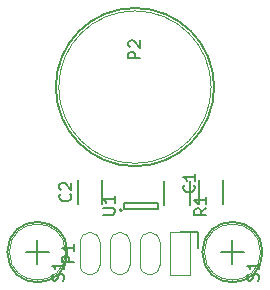
<source format=gto>
G04 #@! TF.GenerationSoftware,KiCad,Pcbnew,5.0.2-bee76a0~70~ubuntu18.04.1*
G04 #@! TF.CreationDate,2019-03-09T17:32:09+01:00*
G04 #@! TF.ProjectId,touchsense6,746f7563-6873-4656-9e73-65362e6b6963,0_1*
G04 #@! TF.SameCoordinates,Original*
G04 #@! TF.FileFunction,Legend,Top*
G04 #@! TF.FilePolarity,Positive*
%FSLAX46Y46*%
G04 Gerber Fmt 4.6, Leading zero omitted, Abs format (unit mm)*
G04 Created by KiCad (PCBNEW 5.0.2-bee76a0~70~ubuntu18.04.1) date 2019-03-09T17:32:09 CET*
%MOMM*%
%LPD*%
G01*
G04 APERTURE LIST*
%ADD10C,0.150000*%
%ADD11C,0.100000*%
G04 APERTURE END LIST*
D10*
G04 #@! TO.C,S1*
X29845000Y-42180000D02*
X29845000Y-44180000D01*
X28845000Y-43180000D02*
X30845000Y-43180000D01*
X32395000Y-43180000D02*
G75*
G03X32395000Y-43180000I-2550000J0D01*
G01*
G04 #@! TO.C,C1*
X45538500Y-39100000D02*
X45538500Y-37100000D01*
X43488500Y-37100000D02*
X43488500Y-39100000D01*
G04 #@! TO.C,C2*
X33265000Y-37100000D02*
X33265000Y-39100000D01*
X35315000Y-39100000D02*
X35315000Y-37100000D01*
G04 #@! TO.C,R1*
X42731000Y-37163500D02*
X42731000Y-39163500D01*
X40581000Y-39163500D02*
X40581000Y-37163500D01*
G04 #@! TO.C,U1*
X37008000Y-39643000D02*
G75*
G03X37008000Y-39643000I-100000J0D01*
G01*
X37158000Y-38993000D02*
X37158000Y-39493000D01*
X40058000Y-38993000D02*
X37158000Y-38993000D01*
X40058000Y-39493000D02*
X40058000Y-38993000D01*
X37158000Y-39493000D02*
X40058000Y-39493000D01*
G04 #@! TO.C,S1*
X46355000Y-42180000D02*
X46355000Y-44180000D01*
X45355000Y-43180000D02*
X47355000Y-43180000D01*
X48905000Y-43180000D02*
G75*
G03X48905000Y-43180000I-2550000J0D01*
G01*
G04 #@! TO.C,P1*
X43460000Y-41507000D02*
X41910000Y-41507000D01*
X43460000Y-42807000D02*
X43460000Y-41507000D01*
G04 #@! TO.C,P2*
X44800000Y-29210000D02*
G75*
G03X44800000Y-29210000I-6700000J0D01*
G01*
G04 #@! TD*
D11*
G04 #@! TO.C,S1*
X32220000Y-43180000D02*
G75*
G03X32220000Y-43180000I-2375000J0D01*
G01*
G04 #@! TD*
G04 #@! TO.C,S1*
X48730000Y-43180000D02*
G75*
G03X48730000Y-43180000I-2375000J0D01*
G01*
G04 #@! TD*
G04 #@! TO.C,P1*
X41096400Y-41515000D02*
X41096400Y-45115000D01*
X42723600Y-45115000D01*
X42723600Y-41515000D01*
X41096400Y-41515000D01*
X38556400Y-42328600D02*
X38556400Y-44301400D01*
X40183600Y-42328600D02*
X40183600Y-44301400D01*
X38556400Y-44301400D02*
G75*
G03X40183600Y-44301400I813600J0D01*
G01*
X40183600Y-42328600D02*
G75*
G03X38556400Y-42328600I-813600J0D01*
G01*
X36016400Y-42328600D02*
X36016400Y-44301400D01*
X37643600Y-42328600D02*
X37643600Y-44301400D01*
X36016400Y-44301400D02*
G75*
G03X37643600Y-44301400I813600J0D01*
G01*
X37643600Y-42328600D02*
G75*
G03X36016400Y-42328600I-813600J0D01*
G01*
X33476400Y-42328600D02*
X33476400Y-44301400D01*
X35103600Y-42328600D02*
X35103600Y-44301400D01*
X33476400Y-44301400D02*
G75*
G03X35103600Y-44301400I813600J0D01*
G01*
X35103600Y-42328600D02*
G75*
G03X33476400Y-42328600I-813600J0D01*
G01*
G04 #@! TD*
G04 #@! TO.C,P2*
X44550000Y-29210000D02*
G75*
G03X44550000Y-29210000I-6450000J0D01*
G01*
G04 #@! TD*
G04 #@! TO.C,S1*
D10*
X32027761Y-45592904D02*
X32075380Y-45450047D01*
X32075380Y-45211952D01*
X32027761Y-45116714D01*
X31980142Y-45069095D01*
X31884904Y-45021476D01*
X31789666Y-45021476D01*
X31694428Y-45069095D01*
X31646809Y-45116714D01*
X31599190Y-45211952D01*
X31551571Y-45402428D01*
X31503952Y-45497666D01*
X31456333Y-45545285D01*
X31361095Y-45592904D01*
X31265857Y-45592904D01*
X31170619Y-45545285D01*
X31123000Y-45497666D01*
X31075380Y-45402428D01*
X31075380Y-45164333D01*
X31123000Y-45021476D01*
X32075380Y-44069095D02*
X32075380Y-44640523D01*
X32075380Y-44354809D02*
X31075380Y-44354809D01*
X31218238Y-44450047D01*
X31313476Y-44545285D01*
X31361095Y-44640523D01*
G04 #@! TO.C,C1*
X43092642Y-37504666D02*
X43140261Y-37552285D01*
X43187880Y-37695142D01*
X43187880Y-37790380D01*
X43140261Y-37933238D01*
X43045023Y-38028476D01*
X42949785Y-38076095D01*
X42759309Y-38123714D01*
X42616452Y-38123714D01*
X42425976Y-38076095D01*
X42330738Y-38028476D01*
X42235500Y-37933238D01*
X42187880Y-37790380D01*
X42187880Y-37695142D01*
X42235500Y-37552285D01*
X42283119Y-37504666D01*
X43187880Y-36552285D02*
X43187880Y-37123714D01*
X43187880Y-36838000D02*
X42187880Y-36838000D01*
X42330738Y-36933238D01*
X42425976Y-37028476D01*
X42473595Y-37123714D01*
G04 #@! TO.C,C2*
X32615142Y-38266666D02*
X32662761Y-38314285D01*
X32710380Y-38457142D01*
X32710380Y-38552380D01*
X32662761Y-38695238D01*
X32567523Y-38790476D01*
X32472285Y-38838095D01*
X32281809Y-38885714D01*
X32138952Y-38885714D01*
X31948476Y-38838095D01*
X31853238Y-38790476D01*
X31758000Y-38695238D01*
X31710380Y-38552380D01*
X31710380Y-38457142D01*
X31758000Y-38314285D01*
X31805619Y-38266666D01*
X31805619Y-37885714D02*
X31758000Y-37838095D01*
X31710380Y-37742857D01*
X31710380Y-37504761D01*
X31758000Y-37409523D01*
X31805619Y-37361904D01*
X31900857Y-37314285D01*
X31996095Y-37314285D01*
X32138952Y-37361904D01*
X32710380Y-37933333D01*
X32710380Y-37314285D01*
G04 #@! TO.C,R1*
X44140380Y-39473166D02*
X43664190Y-39806500D01*
X44140380Y-40044595D02*
X43140380Y-40044595D01*
X43140380Y-39663642D01*
X43188000Y-39568404D01*
X43235619Y-39520785D01*
X43330857Y-39473166D01*
X43473714Y-39473166D01*
X43568952Y-39520785D01*
X43616571Y-39568404D01*
X43664190Y-39663642D01*
X43664190Y-40044595D01*
X44140380Y-38520785D02*
X44140380Y-39092214D01*
X44140380Y-38806500D02*
X43140380Y-38806500D01*
X43283238Y-38901738D01*
X43378476Y-38996976D01*
X43426095Y-39092214D01*
G04 #@! TO.C,U1*
X35393380Y-40004904D02*
X36202904Y-40004904D01*
X36298142Y-39957285D01*
X36345761Y-39909666D01*
X36393380Y-39814428D01*
X36393380Y-39623952D01*
X36345761Y-39528714D01*
X36298142Y-39481095D01*
X36202904Y-39433476D01*
X35393380Y-39433476D01*
X36393380Y-38433476D02*
X36393380Y-39004904D01*
X36393380Y-38719190D02*
X35393380Y-38719190D01*
X35536238Y-38814428D01*
X35631476Y-38909666D01*
X35679095Y-39004904D01*
G04 #@! TO.C,S1*
X48537761Y-45592904D02*
X48585380Y-45450047D01*
X48585380Y-45211952D01*
X48537761Y-45116714D01*
X48490142Y-45069095D01*
X48394904Y-45021476D01*
X48299666Y-45021476D01*
X48204428Y-45069095D01*
X48156809Y-45116714D01*
X48109190Y-45211952D01*
X48061571Y-45402428D01*
X48013952Y-45497666D01*
X47966333Y-45545285D01*
X47871095Y-45592904D01*
X47775857Y-45592904D01*
X47680619Y-45545285D01*
X47633000Y-45497666D01*
X47585380Y-45402428D01*
X47585380Y-45164333D01*
X47633000Y-45021476D01*
X48585380Y-44069095D02*
X48585380Y-44640523D01*
X48585380Y-44354809D02*
X47585380Y-44354809D01*
X47728238Y-44450047D01*
X47823476Y-44545285D01*
X47871095Y-44640523D01*
G04 #@! TO.C,P1*
X32964380Y-44053095D02*
X31964380Y-44053095D01*
X31964380Y-43672142D01*
X32012000Y-43576904D01*
X32059619Y-43529285D01*
X32154857Y-43481666D01*
X32297714Y-43481666D01*
X32392952Y-43529285D01*
X32440571Y-43576904D01*
X32488190Y-43672142D01*
X32488190Y-44053095D01*
X32964380Y-42529285D02*
X32964380Y-43100714D01*
X32964380Y-42815000D02*
X31964380Y-42815000D01*
X32107238Y-42910238D01*
X32202476Y-43005476D01*
X32250095Y-43100714D01*
G04 #@! TO.C,P2*
X38552380Y-26773095D02*
X37552380Y-26773095D01*
X37552380Y-26392142D01*
X37600000Y-26296904D01*
X37647619Y-26249285D01*
X37742857Y-26201666D01*
X37885714Y-26201666D01*
X37980952Y-26249285D01*
X38028571Y-26296904D01*
X38076190Y-26392142D01*
X38076190Y-26773095D01*
X37647619Y-25820714D02*
X37600000Y-25773095D01*
X37552380Y-25677857D01*
X37552380Y-25439761D01*
X37600000Y-25344523D01*
X37647619Y-25296904D01*
X37742857Y-25249285D01*
X37838095Y-25249285D01*
X37980952Y-25296904D01*
X38552380Y-25868333D01*
X38552380Y-25249285D01*
G04 #@! TD*
M02*

</source>
